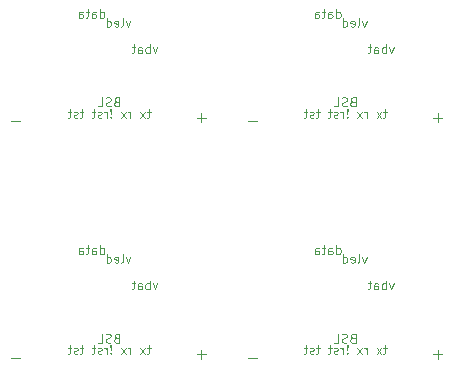
<source format=gbo>
G04 #@! TF.FileFunction,Legend,Bot*
%FSLAX46Y46*%
G04 Gerber Fmt 4.6, Leading zero omitted, Abs format (unit mm)*
G04 Created by KiCad (PCBNEW 4.0.7+dfsg1-1) date Fri Jun  1 01:11:19 2018*
%MOMM*%
%LPD*%
G01*
G04 APERTURE LIST*
%ADD10C,0.100000*%
G04 APERTURE END LIST*
D10*
X4071428Y-15089286D02*
X3892857Y-15589286D01*
X3714285Y-15089286D01*
X3428571Y-15589286D02*
X3428571Y-14839286D01*
X3428571Y-15125000D02*
X3357142Y-15089286D01*
X3214285Y-15089286D01*
X3142856Y-15125000D01*
X3107142Y-15160714D01*
X3071428Y-15232143D01*
X3071428Y-15446429D01*
X3107142Y-15517857D01*
X3142856Y-15553571D01*
X3214285Y-15589286D01*
X3357142Y-15589286D01*
X3428571Y-15553571D01*
X2428571Y-15589286D02*
X2428571Y-15196429D01*
X2464285Y-15125000D01*
X2535714Y-15089286D01*
X2678571Y-15089286D01*
X2750000Y-15125000D01*
X2428571Y-15553571D02*
X2500000Y-15589286D01*
X2678571Y-15589286D01*
X2750000Y-15553571D01*
X2785714Y-15482143D01*
X2785714Y-15410714D01*
X2750000Y-15339286D01*
X2678571Y-15303571D01*
X2500000Y-15303571D01*
X2428571Y-15267857D01*
X2178571Y-15089286D02*
X1892857Y-15089286D01*
X2071429Y-14839286D02*
X2071429Y-15482143D01*
X2035714Y-15553571D01*
X1964286Y-15589286D01*
X1892857Y-15589286D01*
X1785714Y-12839286D02*
X1607143Y-13339286D01*
X1428571Y-12839286D01*
X1035714Y-13339286D02*
X1107142Y-13303571D01*
X1142857Y-13232143D01*
X1142857Y-12589286D01*
X464285Y-13303571D02*
X535714Y-13339286D01*
X678571Y-13339286D01*
X750000Y-13303571D01*
X785714Y-13232143D01*
X785714Y-12946429D01*
X750000Y-12875000D01*
X678571Y-12839286D01*
X535714Y-12839286D01*
X464285Y-12875000D01*
X428571Y-12946429D01*
X428571Y-13017857D01*
X785714Y-13089286D01*
X-214286Y-13339286D02*
X-214286Y-12589286D01*
X-214286Y-13303571D02*
X-142857Y-13339286D01*
X0Y-13339286D01*
X71428Y-13303571D01*
X107143Y-13267857D01*
X142857Y-13196429D01*
X142857Y-12982143D01*
X107143Y-12910714D01*
X71428Y-12875000D01*
X0Y-12839286D01*
X-142857Y-12839286D01*
X-214286Y-12875000D01*
X-767858Y-12589286D02*
X-767858Y-11839286D01*
X-767858Y-12553571D02*
X-696429Y-12589286D01*
X-553572Y-12589286D01*
X-482144Y-12553571D01*
X-446429Y-12517857D01*
X-410715Y-12446429D01*
X-410715Y-12232143D01*
X-446429Y-12160714D01*
X-482144Y-12125000D01*
X-553572Y-12089286D01*
X-696429Y-12089286D01*
X-767858Y-12125000D01*
X-1446429Y-12589286D02*
X-1446429Y-12196429D01*
X-1410715Y-12125000D01*
X-1339286Y-12089286D01*
X-1196429Y-12089286D01*
X-1125000Y-12125000D01*
X-1446429Y-12553571D02*
X-1375000Y-12589286D01*
X-1196429Y-12589286D01*
X-1125000Y-12553571D01*
X-1089286Y-12482143D01*
X-1089286Y-12410714D01*
X-1125000Y-12339286D01*
X-1196429Y-12303571D01*
X-1375000Y-12303571D01*
X-1446429Y-12267857D01*
X-1696429Y-12089286D02*
X-1982143Y-12089286D01*
X-1803571Y-11839286D02*
X-1803571Y-12482143D01*
X-1839286Y-12553571D01*
X-1910714Y-12589286D01*
X-1982143Y-12589286D01*
X-2553571Y-12589286D02*
X-2553571Y-12196429D01*
X-2517857Y-12125000D01*
X-2446428Y-12089286D01*
X-2303571Y-12089286D01*
X-2232142Y-12125000D01*
X-2553571Y-12553571D02*
X-2482142Y-12589286D01*
X-2303571Y-12589286D01*
X-2232142Y-12553571D01*
X-2196428Y-12482143D01*
X-2196428Y-12410714D01*
X-2232142Y-12339286D01*
X-2303571Y-12303571D01*
X-2482142Y-12303571D01*
X-2553571Y-12267857D01*
X-8280952Y-21371429D02*
X-7519047Y-21371429D01*
X7419048Y-21071429D02*
X8180953Y-21071429D01*
X7800001Y-21452381D02*
X7800001Y-20690476D01*
X27419048Y-21071429D02*
X28180953Y-21071429D01*
X27800001Y-21452381D02*
X27800001Y-20690476D01*
X11719048Y-21371429D02*
X12480953Y-21371429D01*
X19232142Y-12589286D02*
X19232142Y-11839286D01*
X19232142Y-12553571D02*
X19303571Y-12589286D01*
X19446428Y-12589286D01*
X19517856Y-12553571D01*
X19553571Y-12517857D01*
X19589285Y-12446429D01*
X19589285Y-12232143D01*
X19553571Y-12160714D01*
X19517856Y-12125000D01*
X19446428Y-12089286D01*
X19303571Y-12089286D01*
X19232142Y-12125000D01*
X18553571Y-12589286D02*
X18553571Y-12196429D01*
X18589285Y-12125000D01*
X18660714Y-12089286D01*
X18803571Y-12089286D01*
X18875000Y-12125000D01*
X18553571Y-12553571D02*
X18625000Y-12589286D01*
X18803571Y-12589286D01*
X18875000Y-12553571D01*
X18910714Y-12482143D01*
X18910714Y-12410714D01*
X18875000Y-12339286D01*
X18803571Y-12303571D01*
X18625000Y-12303571D01*
X18553571Y-12267857D01*
X18303571Y-12089286D02*
X18017857Y-12089286D01*
X18196429Y-11839286D02*
X18196429Y-12482143D01*
X18160714Y-12553571D01*
X18089286Y-12589286D01*
X18017857Y-12589286D01*
X17446429Y-12589286D02*
X17446429Y-12196429D01*
X17482143Y-12125000D01*
X17553572Y-12089286D01*
X17696429Y-12089286D01*
X17767858Y-12125000D01*
X17446429Y-12553571D02*
X17517858Y-12589286D01*
X17696429Y-12589286D01*
X17767858Y-12553571D01*
X17803572Y-12482143D01*
X17803572Y-12410714D01*
X17767858Y-12339286D01*
X17696429Y-12303571D01*
X17517858Y-12303571D01*
X17446429Y-12267857D01*
X21785714Y-12839286D02*
X21607143Y-13339286D01*
X21428571Y-12839286D01*
X21035714Y-13339286D02*
X21107142Y-13303571D01*
X21142857Y-13232143D01*
X21142857Y-12589286D01*
X20464285Y-13303571D02*
X20535714Y-13339286D01*
X20678571Y-13339286D01*
X20750000Y-13303571D01*
X20785714Y-13232143D01*
X20785714Y-12946429D01*
X20750000Y-12875000D01*
X20678571Y-12839286D01*
X20535714Y-12839286D01*
X20464285Y-12875000D01*
X20428571Y-12946429D01*
X20428571Y-13017857D01*
X20785714Y-13089286D01*
X19785714Y-13339286D02*
X19785714Y-12589286D01*
X19785714Y-13303571D02*
X19857143Y-13339286D01*
X20000000Y-13339286D01*
X20071428Y-13303571D01*
X20107143Y-13267857D01*
X20142857Y-13196429D01*
X20142857Y-12982143D01*
X20107143Y-12910714D01*
X20071428Y-12875000D01*
X20000000Y-12839286D01*
X19857143Y-12839286D01*
X19785714Y-12875000D01*
X24071428Y-15089286D02*
X23892857Y-15589286D01*
X23714285Y-15089286D01*
X23428571Y-15589286D02*
X23428571Y-14839286D01*
X23428571Y-15125000D02*
X23357142Y-15089286D01*
X23214285Y-15089286D01*
X23142856Y-15125000D01*
X23107142Y-15160714D01*
X23071428Y-15232143D01*
X23071428Y-15446429D01*
X23107142Y-15517857D01*
X23142856Y-15553571D01*
X23214285Y-15589286D01*
X23357142Y-15589286D01*
X23428571Y-15553571D01*
X22428571Y-15589286D02*
X22428571Y-15196429D01*
X22464285Y-15125000D01*
X22535714Y-15089286D01*
X22678571Y-15089286D01*
X22750000Y-15125000D01*
X22428571Y-15553571D02*
X22500000Y-15589286D01*
X22678571Y-15589286D01*
X22750000Y-15553571D01*
X22785714Y-15482143D01*
X22785714Y-15410714D01*
X22750000Y-15339286D01*
X22678571Y-15303571D01*
X22500000Y-15303571D01*
X22428571Y-15267857D01*
X22178571Y-15089286D02*
X21892857Y-15089286D01*
X22071429Y-14839286D02*
X22071429Y-15482143D01*
X22035714Y-15553571D01*
X21964286Y-15589286D01*
X21892857Y-15589286D01*
X24071428Y4910714D02*
X23892857Y4410714D01*
X23714285Y4910714D01*
X23428571Y4410714D02*
X23428571Y5160714D01*
X23428571Y4875000D02*
X23357142Y4910714D01*
X23214285Y4910714D01*
X23142856Y4875000D01*
X23107142Y4839286D01*
X23071428Y4767857D01*
X23071428Y4553571D01*
X23107142Y4482143D01*
X23142856Y4446429D01*
X23214285Y4410714D01*
X23357142Y4410714D01*
X23428571Y4446429D01*
X22428571Y4410714D02*
X22428571Y4803571D01*
X22464285Y4875000D01*
X22535714Y4910714D01*
X22678571Y4910714D01*
X22750000Y4875000D01*
X22428571Y4446429D02*
X22500000Y4410714D01*
X22678571Y4410714D01*
X22750000Y4446429D01*
X22785714Y4517857D01*
X22785714Y4589286D01*
X22750000Y4660714D01*
X22678571Y4696429D01*
X22500000Y4696429D01*
X22428571Y4732143D01*
X22178571Y4910714D02*
X21892857Y4910714D01*
X22071429Y5160714D02*
X22071429Y4517857D01*
X22035714Y4446429D01*
X21964286Y4410714D01*
X21892857Y4410714D01*
X21785714Y7160714D02*
X21607143Y6660714D01*
X21428571Y7160714D01*
X21035714Y6660714D02*
X21107142Y6696429D01*
X21142857Y6767857D01*
X21142857Y7410714D01*
X20464285Y6696429D02*
X20535714Y6660714D01*
X20678571Y6660714D01*
X20750000Y6696429D01*
X20785714Y6767857D01*
X20785714Y7053571D01*
X20750000Y7125000D01*
X20678571Y7160714D01*
X20535714Y7160714D01*
X20464285Y7125000D01*
X20428571Y7053571D01*
X20428571Y6982143D01*
X20785714Y6910714D01*
X19785714Y6660714D02*
X19785714Y7410714D01*
X19785714Y6696429D02*
X19857143Y6660714D01*
X20000000Y6660714D01*
X20071428Y6696429D01*
X20107143Y6732143D01*
X20142857Y6803571D01*
X20142857Y7017857D01*
X20107143Y7089286D01*
X20071428Y7125000D01*
X20000000Y7160714D01*
X19857143Y7160714D01*
X19785714Y7125000D01*
X19232142Y7410714D02*
X19232142Y8160714D01*
X19232142Y7446429D02*
X19303571Y7410714D01*
X19446428Y7410714D01*
X19517856Y7446429D01*
X19553571Y7482143D01*
X19589285Y7553571D01*
X19589285Y7767857D01*
X19553571Y7839286D01*
X19517856Y7875000D01*
X19446428Y7910714D01*
X19303571Y7910714D01*
X19232142Y7875000D01*
X18553571Y7410714D02*
X18553571Y7803571D01*
X18589285Y7875000D01*
X18660714Y7910714D01*
X18803571Y7910714D01*
X18875000Y7875000D01*
X18553571Y7446429D02*
X18625000Y7410714D01*
X18803571Y7410714D01*
X18875000Y7446429D01*
X18910714Y7517857D01*
X18910714Y7589286D01*
X18875000Y7660714D01*
X18803571Y7696429D01*
X18625000Y7696429D01*
X18553571Y7732143D01*
X18303571Y7910714D02*
X18017857Y7910714D01*
X18196429Y8160714D02*
X18196429Y7517857D01*
X18160714Y7446429D01*
X18089286Y7410714D01*
X18017857Y7410714D01*
X17446429Y7410714D02*
X17446429Y7803571D01*
X17482143Y7875000D01*
X17553572Y7910714D01*
X17696429Y7910714D01*
X17767858Y7875000D01*
X17446429Y7446429D02*
X17517858Y7410714D01*
X17696429Y7410714D01*
X17767858Y7446429D01*
X17803572Y7517857D01*
X17803572Y7589286D01*
X17767858Y7660714D01*
X17696429Y7696429D01*
X17517858Y7696429D01*
X17446429Y7732143D01*
X11719048Y-1371429D02*
X12480953Y-1371429D01*
X27419048Y-1071429D02*
X28180953Y-1071429D01*
X27800001Y-1452381D02*
X27800001Y-690476D01*
X7419048Y-1071429D02*
X8180953Y-1071429D01*
X7800001Y-1452381D02*
X7800001Y-690476D01*
X-8280952Y-1371429D02*
X-7519047Y-1371429D01*
X-767858Y7410714D02*
X-767858Y8160714D01*
X-767858Y7446429D02*
X-696429Y7410714D01*
X-553572Y7410714D01*
X-482144Y7446429D01*
X-446429Y7482143D01*
X-410715Y7553571D01*
X-410715Y7767857D01*
X-446429Y7839286D01*
X-482144Y7875000D01*
X-553572Y7910714D01*
X-696429Y7910714D01*
X-767858Y7875000D01*
X-1446429Y7410714D02*
X-1446429Y7803571D01*
X-1410715Y7875000D01*
X-1339286Y7910714D01*
X-1196429Y7910714D01*
X-1125000Y7875000D01*
X-1446429Y7446429D02*
X-1375000Y7410714D01*
X-1196429Y7410714D01*
X-1125000Y7446429D01*
X-1089286Y7517857D01*
X-1089286Y7589286D01*
X-1125000Y7660714D01*
X-1196429Y7696429D01*
X-1375000Y7696429D01*
X-1446429Y7732143D01*
X-1696429Y7910714D02*
X-1982143Y7910714D01*
X-1803571Y8160714D02*
X-1803571Y7517857D01*
X-1839286Y7446429D01*
X-1910714Y7410714D01*
X-1982143Y7410714D01*
X-2553571Y7410714D02*
X-2553571Y7803571D01*
X-2517857Y7875000D01*
X-2446428Y7910714D01*
X-2303571Y7910714D01*
X-2232142Y7875000D01*
X-2553571Y7446429D02*
X-2482142Y7410714D01*
X-2303571Y7410714D01*
X-2232142Y7446429D01*
X-2196428Y7517857D01*
X-2196428Y7589286D01*
X-2232142Y7660714D01*
X-2303571Y7696429D01*
X-2482142Y7696429D01*
X-2553571Y7732143D01*
X1785714Y7160714D02*
X1607143Y6660714D01*
X1428571Y7160714D01*
X1035714Y6660714D02*
X1107142Y6696429D01*
X1142857Y6767857D01*
X1142857Y7410714D01*
X464285Y6696429D02*
X535714Y6660714D01*
X678571Y6660714D01*
X750000Y6696429D01*
X785714Y6767857D01*
X785714Y7053571D01*
X750000Y7125000D01*
X678571Y7160714D01*
X535714Y7160714D01*
X464285Y7125000D01*
X428571Y7053571D01*
X428571Y6982143D01*
X785714Y6910714D01*
X-214286Y6660714D02*
X-214286Y7410714D01*
X-214286Y6696429D02*
X-142857Y6660714D01*
X0Y6660714D01*
X71428Y6696429D01*
X107143Y6732143D01*
X142857Y6803571D01*
X142857Y7017857D01*
X107143Y7089286D01*
X71428Y7125000D01*
X0Y7160714D01*
X-142857Y7160714D01*
X-214286Y7125000D01*
X4071428Y4910714D02*
X3892857Y4410714D01*
X3714285Y4910714D01*
X3428571Y4410714D02*
X3428571Y5160714D01*
X3428571Y4875000D02*
X3357142Y4910714D01*
X3214285Y4910714D01*
X3142856Y4875000D01*
X3107142Y4839286D01*
X3071428Y4767857D01*
X3071428Y4553571D01*
X3107142Y4482143D01*
X3142856Y4446429D01*
X3214285Y4410714D01*
X3357142Y4410714D01*
X3428571Y4446429D01*
X2428571Y4410714D02*
X2428571Y4803571D01*
X2464285Y4875000D01*
X2535714Y4910714D01*
X2678571Y4910714D01*
X2750000Y4875000D01*
X2428571Y4446429D02*
X2500000Y4410714D01*
X2678571Y4410714D01*
X2750000Y4446429D01*
X2785714Y4517857D01*
X2785714Y4589286D01*
X2750000Y4660714D01*
X2678571Y4696429D01*
X2500000Y4696429D01*
X2428571Y4732143D01*
X2178571Y4910714D02*
X1892857Y4910714D01*
X2071429Y5160714D02*
X2071429Y4517857D01*
X2035714Y4446429D01*
X1964286Y4410714D01*
X1892857Y4410714D01*
X607143Y-19696429D02*
X500000Y-19732143D01*
X464285Y-19767857D01*
X428571Y-19839286D01*
X428571Y-19946429D01*
X464285Y-20017857D01*
X500000Y-20053571D01*
X571428Y-20089286D01*
X857143Y-20089286D01*
X857143Y-19339286D01*
X607143Y-19339286D01*
X535714Y-19375000D01*
X500000Y-19410714D01*
X464285Y-19482143D01*
X464285Y-19553571D01*
X500000Y-19625000D01*
X535714Y-19660714D01*
X607143Y-19696429D01*
X857143Y-19696429D01*
X142857Y-20053571D02*
X35714Y-20089286D01*
X-142857Y-20089286D01*
X-214286Y-20053571D01*
X-250000Y-20017857D01*
X-285715Y-19946429D01*
X-285715Y-19875000D01*
X-250000Y-19803571D01*
X-214286Y-19767857D01*
X-142857Y-19732143D01*
X0Y-19696429D01*
X71428Y-19660714D01*
X107143Y-19625000D01*
X142857Y-19553571D01*
X142857Y-19482143D01*
X107143Y-19410714D01*
X71428Y-19375000D01*
X0Y-19339286D01*
X-178572Y-19339286D01*
X-285715Y-19375000D01*
X-964286Y-20089286D02*
X-607143Y-20089286D01*
X-607143Y-19339286D01*
X3500000Y-20539286D02*
X3214286Y-20539286D01*
X3392858Y-20289286D02*
X3392858Y-20932143D01*
X3357143Y-21003571D01*
X3285715Y-21039286D01*
X3214286Y-21039286D01*
X3035715Y-21039286D02*
X2642858Y-20539286D01*
X3035715Y-20539286D02*
X2642858Y-21039286D01*
X1785715Y-21039286D02*
X1785715Y-20539286D01*
X1785715Y-20682143D02*
X1750000Y-20610714D01*
X1714286Y-20575000D01*
X1642857Y-20539286D01*
X1571429Y-20539286D01*
X1392857Y-21039286D02*
X1000000Y-20539286D01*
X1392857Y-20539286D02*
X1000000Y-21039286D01*
X142857Y-20967857D02*
X107142Y-21003571D01*
X142857Y-21039286D01*
X178571Y-21003571D01*
X142857Y-20967857D01*
X142857Y-21039286D01*
X142857Y-20753571D02*
X178571Y-20325000D01*
X142857Y-20289286D01*
X107142Y-20325000D01*
X142857Y-20753571D01*
X142857Y-20289286D01*
X-214286Y-21039286D02*
X-214286Y-20539286D01*
X-214286Y-20682143D02*
X-250001Y-20610714D01*
X-285715Y-20575000D01*
X-357144Y-20539286D01*
X-428572Y-20539286D01*
X-642858Y-21003571D02*
X-714287Y-21039286D01*
X-857144Y-21039286D01*
X-928572Y-21003571D01*
X-964287Y-20932143D01*
X-964287Y-20896429D01*
X-928572Y-20825000D01*
X-857144Y-20789286D01*
X-750001Y-20789286D01*
X-678572Y-20753571D01*
X-642858Y-20682143D01*
X-642858Y-20646429D01*
X-678572Y-20575000D01*
X-750001Y-20539286D01*
X-857144Y-20539286D01*
X-928572Y-20575000D01*
X-1178573Y-20539286D02*
X-1464287Y-20539286D01*
X-1285715Y-20289286D02*
X-1285715Y-20932143D01*
X-1321430Y-21003571D01*
X-1392858Y-21039286D01*
X-1464287Y-21039286D01*
X-2178573Y-20539286D02*
X-2464287Y-20539286D01*
X-2285715Y-20289286D02*
X-2285715Y-20932143D01*
X-2321430Y-21003571D01*
X-2392858Y-21039286D01*
X-2464287Y-21039286D01*
X-2678572Y-21003571D02*
X-2750001Y-21039286D01*
X-2892858Y-21039286D01*
X-2964286Y-21003571D01*
X-3000001Y-20932143D01*
X-3000001Y-20896429D01*
X-2964286Y-20825000D01*
X-2892858Y-20789286D01*
X-2785715Y-20789286D01*
X-2714286Y-20753571D01*
X-2678572Y-20682143D01*
X-2678572Y-20646429D01*
X-2714286Y-20575000D01*
X-2785715Y-20539286D01*
X-2892858Y-20539286D01*
X-2964286Y-20575000D01*
X-3214287Y-20539286D02*
X-3500001Y-20539286D01*
X-3321429Y-20289286D02*
X-3321429Y-20932143D01*
X-3357144Y-21003571D01*
X-3428572Y-21039286D01*
X-3500001Y-21039286D01*
X20607143Y-19696429D02*
X20500000Y-19732143D01*
X20464285Y-19767857D01*
X20428571Y-19839286D01*
X20428571Y-19946429D01*
X20464285Y-20017857D01*
X20500000Y-20053571D01*
X20571428Y-20089286D01*
X20857143Y-20089286D01*
X20857143Y-19339286D01*
X20607143Y-19339286D01*
X20535714Y-19375000D01*
X20500000Y-19410714D01*
X20464285Y-19482143D01*
X20464285Y-19553571D01*
X20500000Y-19625000D01*
X20535714Y-19660714D01*
X20607143Y-19696429D01*
X20857143Y-19696429D01*
X20142857Y-20053571D02*
X20035714Y-20089286D01*
X19857143Y-20089286D01*
X19785714Y-20053571D01*
X19750000Y-20017857D01*
X19714285Y-19946429D01*
X19714285Y-19875000D01*
X19750000Y-19803571D01*
X19785714Y-19767857D01*
X19857143Y-19732143D01*
X20000000Y-19696429D01*
X20071428Y-19660714D01*
X20107143Y-19625000D01*
X20142857Y-19553571D01*
X20142857Y-19482143D01*
X20107143Y-19410714D01*
X20071428Y-19375000D01*
X20000000Y-19339286D01*
X19821428Y-19339286D01*
X19714285Y-19375000D01*
X19035714Y-20089286D02*
X19392857Y-20089286D01*
X19392857Y-19339286D01*
X23500000Y-20539286D02*
X23214286Y-20539286D01*
X23392858Y-20289286D02*
X23392858Y-20932143D01*
X23357143Y-21003571D01*
X23285715Y-21039286D01*
X23214286Y-21039286D01*
X23035715Y-21039286D02*
X22642858Y-20539286D01*
X23035715Y-20539286D02*
X22642858Y-21039286D01*
X21785715Y-21039286D02*
X21785715Y-20539286D01*
X21785715Y-20682143D02*
X21750000Y-20610714D01*
X21714286Y-20575000D01*
X21642857Y-20539286D01*
X21571429Y-20539286D01*
X21392857Y-21039286D02*
X21000000Y-20539286D01*
X21392857Y-20539286D02*
X21000000Y-21039286D01*
X20142857Y-20967857D02*
X20107142Y-21003571D01*
X20142857Y-21039286D01*
X20178571Y-21003571D01*
X20142857Y-20967857D01*
X20142857Y-21039286D01*
X20142857Y-20753571D02*
X20178571Y-20325000D01*
X20142857Y-20289286D01*
X20107142Y-20325000D01*
X20142857Y-20753571D01*
X20142857Y-20289286D01*
X19785714Y-21039286D02*
X19785714Y-20539286D01*
X19785714Y-20682143D02*
X19749999Y-20610714D01*
X19714285Y-20575000D01*
X19642856Y-20539286D01*
X19571428Y-20539286D01*
X19357142Y-21003571D02*
X19285713Y-21039286D01*
X19142856Y-21039286D01*
X19071428Y-21003571D01*
X19035713Y-20932143D01*
X19035713Y-20896429D01*
X19071428Y-20825000D01*
X19142856Y-20789286D01*
X19249999Y-20789286D01*
X19321428Y-20753571D01*
X19357142Y-20682143D01*
X19357142Y-20646429D01*
X19321428Y-20575000D01*
X19249999Y-20539286D01*
X19142856Y-20539286D01*
X19071428Y-20575000D01*
X18821427Y-20539286D02*
X18535713Y-20539286D01*
X18714285Y-20289286D02*
X18714285Y-20932143D01*
X18678570Y-21003571D01*
X18607142Y-21039286D01*
X18535713Y-21039286D01*
X17821427Y-20539286D02*
X17535713Y-20539286D01*
X17714285Y-20289286D02*
X17714285Y-20932143D01*
X17678570Y-21003571D01*
X17607142Y-21039286D01*
X17535713Y-21039286D01*
X17321428Y-21003571D02*
X17249999Y-21039286D01*
X17107142Y-21039286D01*
X17035714Y-21003571D01*
X16999999Y-20932143D01*
X16999999Y-20896429D01*
X17035714Y-20825000D01*
X17107142Y-20789286D01*
X17214285Y-20789286D01*
X17285714Y-20753571D01*
X17321428Y-20682143D01*
X17321428Y-20646429D01*
X17285714Y-20575000D01*
X17214285Y-20539286D01*
X17107142Y-20539286D01*
X17035714Y-20575000D01*
X16785713Y-20539286D02*
X16499999Y-20539286D01*
X16678571Y-20289286D02*
X16678571Y-20932143D01*
X16642856Y-21003571D01*
X16571428Y-21039286D01*
X16499999Y-21039286D01*
X20607143Y303571D02*
X20500000Y267857D01*
X20464285Y232143D01*
X20428571Y160714D01*
X20428571Y53571D01*
X20464285Y-17857D01*
X20500000Y-53571D01*
X20571428Y-89286D01*
X20857143Y-89286D01*
X20857143Y660714D01*
X20607143Y660714D01*
X20535714Y625000D01*
X20500000Y589286D01*
X20464285Y517857D01*
X20464285Y446429D01*
X20500000Y375000D01*
X20535714Y339286D01*
X20607143Y303571D01*
X20857143Y303571D01*
X20142857Y-53571D02*
X20035714Y-89286D01*
X19857143Y-89286D01*
X19785714Y-53571D01*
X19750000Y-17857D01*
X19714285Y53571D01*
X19714285Y125000D01*
X19750000Y196429D01*
X19785714Y232143D01*
X19857143Y267857D01*
X20000000Y303571D01*
X20071428Y339286D01*
X20107143Y375000D01*
X20142857Y446429D01*
X20142857Y517857D01*
X20107143Y589286D01*
X20071428Y625000D01*
X20000000Y660714D01*
X19821428Y660714D01*
X19714285Y625000D01*
X19035714Y-89286D02*
X19392857Y-89286D01*
X19392857Y660714D01*
X23500000Y-539286D02*
X23214286Y-539286D01*
X23392858Y-289286D02*
X23392858Y-932143D01*
X23357143Y-1003571D01*
X23285715Y-1039286D01*
X23214286Y-1039286D01*
X23035715Y-1039286D02*
X22642858Y-539286D01*
X23035715Y-539286D02*
X22642858Y-1039286D01*
X21785715Y-1039286D02*
X21785715Y-539286D01*
X21785715Y-682143D02*
X21750000Y-610714D01*
X21714286Y-575000D01*
X21642857Y-539286D01*
X21571429Y-539286D01*
X21392857Y-1039286D02*
X21000000Y-539286D01*
X21392857Y-539286D02*
X21000000Y-1039286D01*
X20142857Y-967857D02*
X20107142Y-1003571D01*
X20142857Y-1039286D01*
X20178571Y-1003571D01*
X20142857Y-967857D01*
X20142857Y-1039286D01*
X20142857Y-753571D02*
X20178571Y-325000D01*
X20142857Y-289286D01*
X20107142Y-325000D01*
X20142857Y-753571D01*
X20142857Y-289286D01*
X19785714Y-1039286D02*
X19785714Y-539286D01*
X19785714Y-682143D02*
X19749999Y-610714D01*
X19714285Y-575000D01*
X19642856Y-539286D01*
X19571428Y-539286D01*
X19357142Y-1003571D02*
X19285713Y-1039286D01*
X19142856Y-1039286D01*
X19071428Y-1003571D01*
X19035713Y-932143D01*
X19035713Y-896429D01*
X19071428Y-825000D01*
X19142856Y-789286D01*
X19249999Y-789286D01*
X19321428Y-753571D01*
X19357142Y-682143D01*
X19357142Y-646429D01*
X19321428Y-575000D01*
X19249999Y-539286D01*
X19142856Y-539286D01*
X19071428Y-575000D01*
X18821427Y-539286D02*
X18535713Y-539286D01*
X18714285Y-289286D02*
X18714285Y-932143D01*
X18678570Y-1003571D01*
X18607142Y-1039286D01*
X18535713Y-1039286D01*
X17821427Y-539286D02*
X17535713Y-539286D01*
X17714285Y-289286D02*
X17714285Y-932143D01*
X17678570Y-1003571D01*
X17607142Y-1039286D01*
X17535713Y-1039286D01*
X17321428Y-1003571D02*
X17249999Y-1039286D01*
X17107142Y-1039286D01*
X17035714Y-1003571D01*
X16999999Y-932143D01*
X16999999Y-896429D01*
X17035714Y-825000D01*
X17107142Y-789286D01*
X17214285Y-789286D01*
X17285714Y-753571D01*
X17321428Y-682143D01*
X17321428Y-646429D01*
X17285714Y-575000D01*
X17214285Y-539286D01*
X17107142Y-539286D01*
X17035714Y-575000D01*
X16785713Y-539286D02*
X16499999Y-539286D01*
X16678571Y-289286D02*
X16678571Y-932143D01*
X16642856Y-1003571D01*
X16571428Y-1039286D01*
X16499999Y-1039286D01*
X607143Y303571D02*
X500000Y267857D01*
X464285Y232143D01*
X428571Y160714D01*
X428571Y53571D01*
X464285Y-17857D01*
X500000Y-53571D01*
X571428Y-89286D01*
X857143Y-89286D01*
X857143Y660714D01*
X607143Y660714D01*
X535714Y625000D01*
X500000Y589286D01*
X464285Y517857D01*
X464285Y446429D01*
X500000Y375000D01*
X535714Y339286D01*
X607143Y303571D01*
X857143Y303571D01*
X142857Y-53571D02*
X35714Y-89286D01*
X-142857Y-89286D01*
X-214286Y-53571D01*
X-250000Y-17857D01*
X-285715Y53571D01*
X-285715Y125000D01*
X-250000Y196429D01*
X-214286Y232143D01*
X-142857Y267857D01*
X0Y303571D01*
X71428Y339286D01*
X107143Y375000D01*
X142857Y446429D01*
X142857Y517857D01*
X107143Y589286D01*
X71428Y625000D01*
X0Y660714D01*
X-178572Y660714D01*
X-285715Y625000D01*
X-964286Y-89286D02*
X-607143Y-89286D01*
X-607143Y660714D01*
X3500000Y-539286D02*
X3214286Y-539286D01*
X3392858Y-289286D02*
X3392858Y-932143D01*
X3357143Y-1003571D01*
X3285715Y-1039286D01*
X3214286Y-1039286D01*
X3035715Y-1039286D02*
X2642858Y-539286D01*
X3035715Y-539286D02*
X2642858Y-1039286D01*
X1785715Y-1039286D02*
X1785715Y-539286D01*
X1785715Y-682143D02*
X1750000Y-610714D01*
X1714286Y-575000D01*
X1642857Y-539286D01*
X1571429Y-539286D01*
X1392857Y-1039286D02*
X1000000Y-539286D01*
X1392857Y-539286D02*
X1000000Y-1039286D01*
X142857Y-967857D02*
X107142Y-1003571D01*
X142857Y-1039286D01*
X178571Y-1003571D01*
X142857Y-967857D01*
X142857Y-1039286D01*
X142857Y-753571D02*
X178571Y-325000D01*
X142857Y-289286D01*
X107142Y-325000D01*
X142857Y-753571D01*
X142857Y-289286D01*
X-214286Y-1039286D02*
X-214286Y-539286D01*
X-214286Y-682143D02*
X-250001Y-610714D01*
X-285715Y-575000D01*
X-357144Y-539286D01*
X-428572Y-539286D01*
X-642858Y-1003571D02*
X-714287Y-1039286D01*
X-857144Y-1039286D01*
X-928572Y-1003571D01*
X-964287Y-932143D01*
X-964287Y-896429D01*
X-928572Y-825000D01*
X-857144Y-789286D01*
X-750001Y-789286D01*
X-678572Y-753571D01*
X-642858Y-682143D01*
X-642858Y-646429D01*
X-678572Y-575000D01*
X-750001Y-539286D01*
X-857144Y-539286D01*
X-928572Y-575000D01*
X-1178573Y-539286D02*
X-1464287Y-539286D01*
X-1285715Y-289286D02*
X-1285715Y-932143D01*
X-1321430Y-1003571D01*
X-1392858Y-1039286D01*
X-1464287Y-1039286D01*
X-2178573Y-539286D02*
X-2464287Y-539286D01*
X-2285715Y-289286D02*
X-2285715Y-932143D01*
X-2321430Y-1003571D01*
X-2392858Y-1039286D01*
X-2464287Y-1039286D01*
X-2678572Y-1003571D02*
X-2750001Y-1039286D01*
X-2892858Y-1039286D01*
X-2964286Y-1003571D01*
X-3000001Y-932143D01*
X-3000001Y-896429D01*
X-2964286Y-825000D01*
X-2892858Y-789286D01*
X-2785715Y-789286D01*
X-2714286Y-753571D01*
X-2678572Y-682143D01*
X-2678572Y-646429D01*
X-2714286Y-575000D01*
X-2785715Y-539286D01*
X-2892858Y-539286D01*
X-2964286Y-575000D01*
X-3214287Y-539286D02*
X-3500001Y-539286D01*
X-3321429Y-289286D02*
X-3321429Y-932143D01*
X-3357144Y-1003571D01*
X-3428572Y-1039286D01*
X-3500001Y-1039286D01*
M02*

</source>
